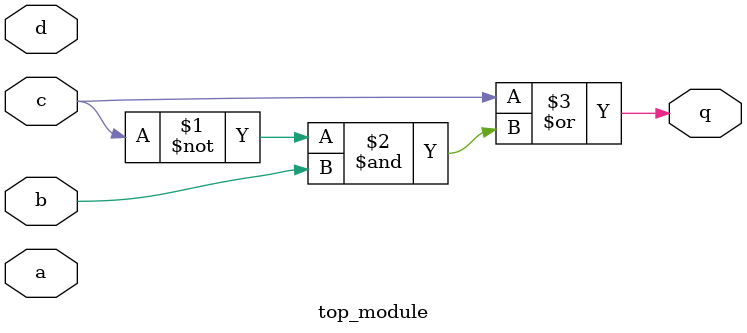
<source format=v>
module top_module (
    input a,
    input b,
    input c,
    input d,
    output q );//

    assign q = c | ~c&b;

endmodule

</source>
